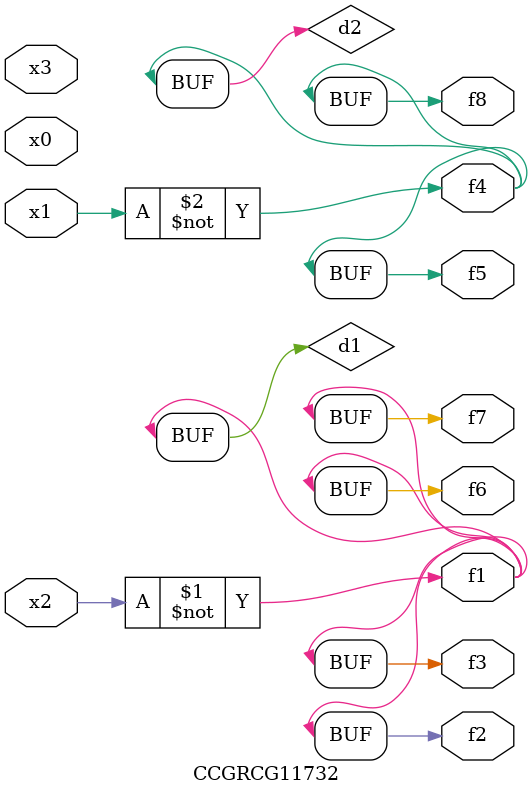
<source format=v>
module CCGRCG11732(
	input x0, x1, x2, x3,
	output f1, f2, f3, f4, f5, f6, f7, f8
);

	wire d1, d2;

	xnor (d1, x2);
	not (d2, x1);
	assign f1 = d1;
	assign f2 = d1;
	assign f3 = d1;
	assign f4 = d2;
	assign f5 = d2;
	assign f6 = d1;
	assign f7 = d1;
	assign f8 = d2;
endmodule

</source>
